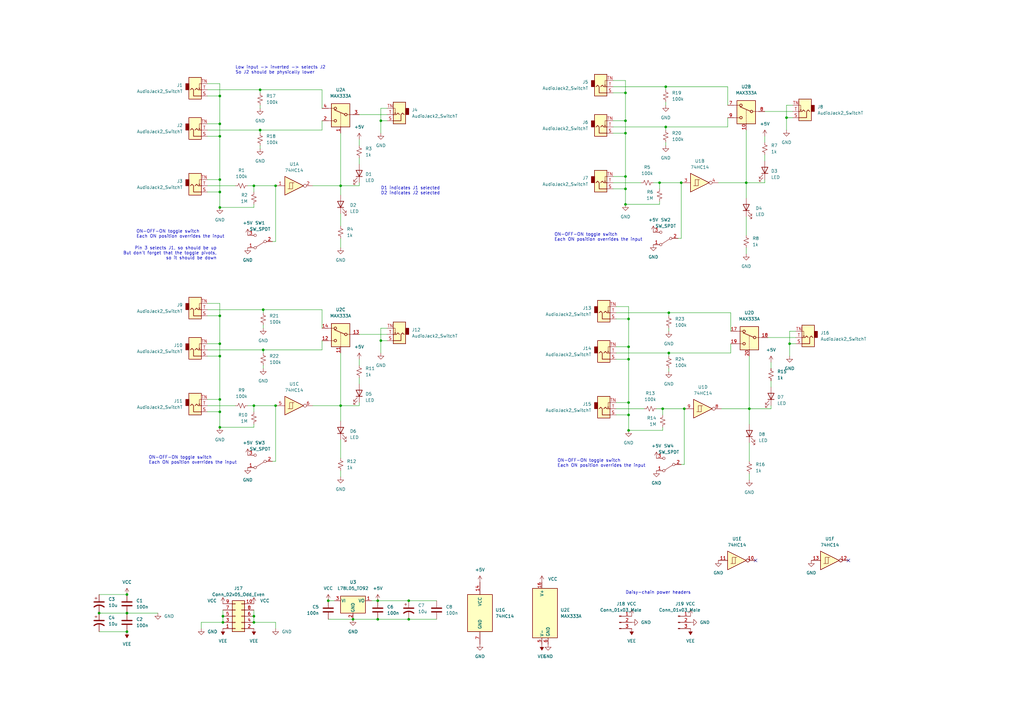
<source format=kicad_sch>
(kicad_sch (version 20211123) (generator eeschema)
  (paper "A3")
  (lib_symbols
    (symbol "74xx:74HC14" (pin_names (offset 1.016))
      (property "Reference" "U" (at 0 1.27 0))
      (property "Value" "74HC14" (at 0 -1.27 0))
      (symbol "74HC14_1_0"
        (pin input line (at -7.62 0 0) (length 3.81) (name "~") (number "1"))
        (pin output inverted (at 7.62 0 180) (length 3.81) (name "~") (number "2"))
      )
      (symbol "74HC14_2_0"
        (pin input line (at -7.62 0 0) (length 3.81) (name "~") (number "3"))
        (pin output inverted (at 7.62 0 180) (length 3.81) (name "~") (number "4"))
      )
      (symbol "74HC14_3_0"
        (pin input line (at -7.62 0 0) (length 3.81) (name "~") (number "5"))
        (pin output inverted (at 7.62 0 180) (length 3.81) (name "~") (number "6"))
      )
      (symbol "74HC14_4_0"
        (pin output inverted (at 7.62 0 180) (length 3.81) (name "~") (number "8"))
        (pin input line (at -7.62 0 0) (length 3.81) (name "~") (number "9"))
      )
      (symbol "74HC14_5_0"
        (pin output inverted (at 7.62 0 180) (length 3.81) (name "~") (number "10"))
        (pin input line (at -7.62 0 0) (length 3.81) (name "~") (number "11"))
      )
      (symbol "74HC14_6_0"
        (pin output inverted (at 7.62 0 180) (length 3.81) (name "~") (number "12"))
        (pin input line (at -7.62 0 0) (length 3.81) (name "~") (number "13"))
      )
      (symbol "74HC14_7_0"
        (pin power_in line (at 0 12.7 270) (length 5.08) (name "VCC") (number "14"))
        (pin power_in line (at 0 -12.7 90) (length 5.08) (name "GND") (number "7"))
      )
    )
    (symbol "Analog_Switch:MAX333A"
      (property "Reference" "U" (at -3.175 5.334 0))
      (property "Value" "MAX333A" (at -3.175 3.556 0))
      (symbol "MAX333A_1_1"
        (pin input line (at 0 -10.16 90) (length 2.54) (name "~") (number "1"))
        (pin passive line (at 7.62 -5.08 180) (length 2.54) (name "~") (number "2"))
        (pin passive line (at -7.62 -2.54 0) (length 2.54) (name "~") (number "3"))
        (pin passive line (at 7.62 0 180) (length 2.54) (name "~") (number "4"))
      )
      (symbol "MAX333A_2_1"
        (pin input line (at 0 -10.16 90) (length 2.54) (name "~") (number "10"))
        (pin passive line (at 7.62 0 180) (length 2.54) (name "~") (number "7"))
        (pin passive line (at -7.62 -2.54 0) (length 2.54) (name "~") (number "8"))
        (pin passive line (at 7.62 -5.08 180) (length 2.54) (name "~") (number "9"))
      )
      (symbol "MAX333A_3_1"
        (pin input line (at 0 -10.16 90) (length 2.54) (name "~") (number "11"))
        (pin passive line (at 7.62 -5.08 180) (length 2.54) (name "~") (number "12"))
        (pin passive line (at -7.62 -2.54 0) (length 2.54) (name "~") (number "13"))
        (pin passive line (at 7.62 0 180) (length 2.54) (name "~") (number "14"))
      )
      (symbol "MAX333A_4_1"
        (pin passive line (at 7.62 0 180) (length 2.54) (name "~") (number "17"))
        (pin passive line (at -7.62 -2.54 0) (length 2.54) (name "~") (number "18"))
        (pin passive line (at 7.62 -5.08 180) (length 2.54) (name "~") (number "19"))
        (pin input line (at 0 -10.16 90) (length 2.54) (name "~") (number "20"))
      )
      (symbol "MAX333A_5_0"
        (pin no_connect line (at 2.54 10.16 270) (length 2.54) hide (name "NC") (number "15"))
        (pin power_in line (at 0 12.7 270) (length 2.54) (name "V+") (number "16"))
        (pin power_in line (at 0 -12.7 90) (length 2.54) (name "V-") (number "5"))
        (pin power_in line (at 2.54 -12.7 90) (length 2.54) (name "GND") (number "6"))
      )
    )
    (symbol "Connector:AudioJack2_SwitchT"
      (property "Reference" "J" (at 0 8.89 0))
      (property "Value" "AudioJack2_SwitchT" (at 0 6.35 0))
      (symbol "AudioJack2_SwitchT_1_1"
        (pin passive line (at 5.08 2.54 180) (length 2.54) (name "~") (number "S"))
        (pin passive line (at 5.08 0 180) (length 2.54) (name "~") (number "T"))
        (pin passive line (at 5.08 -2.54 180) (length 2.54) (name "~") (number "TN"))
      )
    )
    (symbol "Connector:Conn_01x03_Male" (pin_names (offset 1.016) hide)
      (property "Reference" "J" (at 0 5.08 0))
      (property "Value" "Conn_01x03_Male" (at 0 -5.08 0))
      (symbol "Conn_01x03_Male_1_1"
        (pin passive line (at 5.08 2.54 180) (length 3.81) (name "Pin_1") (number "1"))
        (pin passive line (at 5.08 0 180) (length 3.81) (name "Pin_2") (number "2"))
        (pin passive line (at 5.08 -2.54 180) (length 3.81) (name "Pin_3") (number "3"))
      )
    )
    (symbol "Connector_Generic:Conn_02x05_Odd_Even" (pin_names (offset 1.016) hide)
      (property "Reference" "J" (at 1.27 7.62 0))
      (property "Value" "Conn_02x05_Odd_Even" (at 1.27 -7.62 0))
      (symbol "Conn_02x05_Odd_Even_1_1"
        (pin passive line (at -5.08 5.08 0) (length 3.81) (name "Pin_1") (number "1"))
        (pin passive line (at 7.62 -5.08 180) (length 3.81) (name "Pin_10") (number "10"))
        (pin passive line (at 7.62 5.08 180) (length 3.81) (name "Pin_2") (number "2"))
        (pin passive line (at -5.08 2.54 0) (length 3.81) (name "Pin_3") (number "3"))
        (pin passive line (at 7.62 2.54 180) (length 3.81) (name "Pin_4") (number "4"))
        (pin passive line (at -5.08 0 0) (length 3.81) (name "Pin_5") (number "5"))
        (pin passive line (at 7.62 0 180) (length 3.81) (name "Pin_6") (number "6"))
        (pin passive line (at -5.08 -2.54 0) (length 3.81) (name "Pin_7") (number "7"))
        (pin passive line (at 7.62 -2.54 180) (length 3.81) (name "Pin_8") (number "8"))
        (pin passive line (at -5.08 -5.08 0) (length 3.81) (name "Pin_9") (number "9"))
      )
    )
    (symbol "Device:C" (pin_numbers hide) (pin_names (offset 0.254))
      (property "Reference" "C" (at 0.635 2.54 0))
      (property "Value" "C" (at 0.635 -2.54 0))
      (symbol "C_1_1"
        (pin passive line (at 0 3.81 270) (length 2.794) (name "~") (number "1"))
        (pin passive line (at 0 -3.81 90) (length 2.794) (name "~") (number "2"))
      )
    )
    (symbol "Device:C_Polarized_US" (pin_numbers hide) (pin_names (offset 0.254) hide)
      (property "Reference" "C" (at 0.635 2.54 0))
      (property "Value" "C_Polarized_US" (at 0.635 -2.54 0))
      (symbol "C_Polarized_US_1_1"
        (pin passive line (at 0 3.81 270) (length 2.794) (name "~") (number "1"))
        (pin passive line (at 0 -3.81 90) (length 3.302) (name "~") (number "2"))
      )
    )
    (symbol "Device:LED" (pin_numbers hide) (pin_names (offset 1.016) hide)
      (property "Reference" "D" (at 0 2.54 0))
      (property "Value" "LED" (at 0 -2.54 0))
      (symbol "LED_1_1"
        (pin passive line (at -3.81 0 0) (length 2.54) (name "K") (number "1"))
        (pin passive line (at 3.81 0 180) (length 2.54) (name "A") (number "2"))
      )
    )
    (symbol "Device:R_Small_US" (pin_numbers hide) (pin_names (offset 0.254) hide)
      (property "Reference" "R" (at 0.762 0.508 0))
      (property "Value" "R_Small_US" (at 0.762 -1.016 0))
      (symbol "R_Small_US_1_1"
        (pin passive line (at 0 2.54 270) (length 1.016) (name "~") (number "1"))
        (pin passive line (at 0 -2.54 90) (length 1.016) (name "~") (number "2"))
      )
    )
    (symbol "Regulator_Linear:L78L05_TO92" (pin_names (offset 0.254))
      (property "Reference" "U" (at -3.81 3.175 0))
      (property "Value" "L78L05_TO92" (at 0 3.175 0))
      (symbol "L78L05_TO92_1_1"
        (pin power_out line (at 7.62 0 180) (length 2.54) (name "VO") (number "1"))
        (pin power_in line (at 0 -7.62 90) (length 2.54) (name "GND") (number "2"))
        (pin power_in line (at -7.62 0 0) (length 2.54) (name "VI") (number "3"))
      )
    )
    (symbol "Switch:SW_SPDT" (pin_names (offset 0) hide)
      (property "Reference" "SW" (at 0 4.318 0))
      (property "Value" "SW_SPDT" (at 0 -5.08 0))
      (symbol "SW_SPDT_1_1"
        (pin passive line (at 5.08 2.54 180) (length 2.54) (name "A") (number "1"))
        (pin passive line (at -5.08 0 0) (length 2.54) (name "B") (number "2"))
        (pin passive line (at 5.08 -2.54 180) (length 2.54) (name "C") (number "3"))
      )
    )
    (symbol "power:+5V" (power) (pin_names (offset 0))
      (property "Value" "+5V" (at 0 3.556 0))
      (symbol "+5V_1_1"
        (pin power_in line (at 0 0 90) (length 0) hide (name "+5V") (number "1"))
      )
    )
    (symbol "power:GND" (power) (pin_names (offset 0))
      (property "Value" "GND" (at 0 -3.81 0))
      (symbol "GND_1_1"
        (pin power_in line (at 0 0 270) (length 0) hide (name "GND") (number "1"))
      )
    )
    (symbol "power:VCC" (power) (pin_names (offset 0))
      (property "Value" "VCC" (at 0 3.81 0))
      (symbol "VCC_1_1"
        (pin power_in line (at 0 0 90) (length 0) hide (name "VCC") (number "1"))
      )
    )
    (symbol "power:VEE" (power) (pin_names (offset 0))
      (property "Value" "VEE" (at 0 3.81 0))
      (symbol "VEE_1_1"
        (pin power_in line (at 0 0 90) (length 0) hide (name "VEE") (number "1"))
      )
    )
  )
  (junction (at 52.07 259.08))
  (junction (at 106.68 53.34))
  (junction (at 306.07 74.93))
  (junction (at 273.05 35.56))
  (junction (at 90.17 73.66))
  (junction (at 113.03 76.2))
  (junction (at 144.78 254))
  (junction (at 90.17 55.88))
  (junction (at 256.54 72.39))
  (junction (at 90.17 50.8))
  (junction (at 106.68 36.83))
  (junction (at 270.51 74.93))
  (junction (at 279.4 74.93))
  (junction (at 104.14 255.27))
  (junction (at 154.94 254))
  (junction (at 256.54 83.82))
  (junction (at 104.14 166.37))
  (junction (at 107.95 127))
  (junction (at 139.7 166.37))
  (junction (at 52.07 243.84))
  (junction (at 40.64 251.46))
  (junction (at 280.67 167.64))
  (junction (at 271.78 167.64))
  (junction (at 156.21 139.7))
  (junction (at 257.81 142.24))
  (junction (at 257.81 130.81))
  (junction (at 256.54 38.1))
  (junction (at 91.44 252.73))
  (junction (at 52.07 251.46))
  (junction (at 90.17 168.91))
  (junction (at 154.94 246.38))
  (junction (at 156.21 49.53))
  (junction (at 256.54 77.47))
  (junction (at 167.64 254))
  (junction (at 90.17 163.83))
  (junction (at 257.81 147.32))
  (junction (at 90.17 175.26))
  (junction (at 90.17 129.54))
  (junction (at 113.03 166.37))
  (junction (at 90.17 78.74))
  (junction (at 322.58 48.26))
  (junction (at 90.17 39.37))
  (junction (at 274.32 128.27))
  (junction (at 323.85 140.97))
  (junction (at 257.81 176.53))
  (junction (at 90.17 85.09))
  (junction (at 256.54 54.61))
  (junction (at 134.62 246.38))
  (junction (at 274.32 144.78))
  (junction (at 256.54 49.53))
  (junction (at 91.44 255.27))
  (junction (at 107.95 143.51))
  (junction (at 90.17 140.97))
  (junction (at 90.17 146.05))
  (junction (at 167.64 246.38))
  (junction (at 307.34 167.64))
  (junction (at 104.14 76.2))
  (junction (at 257.81 165.1))
  (junction (at 104.14 252.73))
  (junction (at 273.05 52.07))
  (junction (at 139.7 76.2))
  (junction (at 257.81 170.18))
  (no_connect (at 309.88 229.87))
  (no_connect (at 347.98 229.87))
  (wire (pts (xy 90.17 78.74) (xy 90.17 73.66)))
  (wire (pts (xy 139.7 87.63) (xy 139.7 92.71)))
  (wire (pts (xy 256.54 54.61) (xy 251.46 54.61)))
  (wire (pts (xy 323.85 140.97) (xy 326.39 140.97)))
  (wire (pts (xy 104.14 252.73) (xy 104.14 255.27)))
  (wire (pts (xy 267.97 74.93) (xy 270.51 74.93)))
  (wire (pts (xy 128.27 166.37) (xy 139.7 166.37)))
  (wire (pts (xy 90.17 39.37) (xy 85.09 39.37)))
  (wire (pts (xy 251.46 52.07) (xy 273.05 52.07)))
  (wire (pts (xy 90.17 73.66) (xy 90.17 55.88)))
  (wire (pts (xy 113.03 189.23) (xy 113.03 166.37)))
  (wire (pts (xy 139.7 166.37) (xy 139.7 172.72)))
  (wire (pts (xy 256.54 77.47) (xy 251.46 77.47)))
  (wire (pts (xy 274.32 144.78) (xy 274.32 146.05)))
  (wire (pts (xy 90.17 85.09) (xy 90.17 78.74)))
  (wire (pts (xy 90.17 163.83) (xy 85.09 163.83)))
  (wire (pts (xy 144.78 254) (xy 154.94 254)))
  (wire (pts (xy 147.32 154.94) (xy 147.32 157.48)))
  (wire (pts (xy 111.76 99.06) (xy 113.03 99.06)))
  (wire (pts (xy 273.05 52.07) (xy 273.05 53.34)))
  (wire (pts (xy 104.14 76.2) (xy 113.03 76.2)))
  (wire (pts (xy 128.27 76.2) (xy 139.7 76.2)))
  (wire (pts (xy 307.34 194.31) (xy 307.34 196.85)))
  (wire (pts (xy 280.67 190.5) (xy 280.67 167.64)))
  (wire (pts (xy 256.54 83.82) (xy 256.54 77.47)))
  (wire (pts (xy 274.32 128.27) (xy 299.72 128.27)))
  (wire (pts (xy 313.69 55.88) (xy 313.69 58.42)))
  (wire (pts (xy 90.17 124.46) (xy 85.09 124.46)))
  (wire (pts (xy 85.09 166.37) (xy 96.52 166.37)))
  (wire (pts (xy 90.17 163.83) (xy 90.17 146.05)))
  (wire (pts (xy 90.17 140.97) (xy 85.09 140.97)))
  (wire (pts (xy 82.55 255.27) (xy 91.44 255.27)))
  (wire (pts (xy 314.96 138.43) (xy 326.39 138.43)))
  (wire (pts (xy 294.64 74.93) (xy 306.07 74.93)))
  (wire (pts (xy 270.51 83.82) (xy 256.54 83.82)))
  (wire (pts (xy 101.6 166.37) (xy 104.14 166.37)))
  (wire (pts (xy 256.54 38.1) (xy 256.54 33.02)))
  (wire (pts (xy 90.17 34.29) (xy 85.09 34.29)))
  (wire (pts (xy 274.32 151.13) (xy 274.32 152.4)))
  (wire (pts (xy 256.54 33.02) (xy 251.46 33.02)))
  (wire (pts (xy 273.05 41.91) (xy 273.05 43.18)))
  (wire (pts (xy 156.21 139.7) (xy 156.21 134.62)))
  (wire (pts (xy 251.46 74.93) (xy 262.89 74.93)))
  (wire (pts (xy 306.07 74.93) (xy 306.07 53.34)))
  (wire (pts (xy 316.23 148.59) (xy 316.23 151.13)))
  (wire (pts (xy 270.51 82.55) (xy 270.51 83.82)))
  (wire (pts (xy 107.95 149.86) (xy 107.95 151.13)))
  (wire (pts (xy 85.09 143.51) (xy 107.95 143.51)))
  (wire (pts (xy 106.68 43.18) (xy 106.68 44.45)))
  (wire (pts (xy 257.81 165.1) (xy 257.81 147.32)))
  (wire (pts (xy 256.54 77.47) (xy 256.54 72.39)))
  (wire (pts (xy 257.81 147.32) (xy 252.73 147.32)))
  (wire (pts (xy 279.4 97.79) (xy 279.4 74.93)))
  (wire (pts (xy 111.76 189.23) (xy 113.03 189.23)))
  (wire (pts (xy 313.69 74.93) (xy 306.07 74.93)))
  (wire (pts (xy 90.17 168.91) (xy 85.09 168.91)))
  (wire (pts (xy 322.58 48.26) (xy 325.12 48.26)))
  (wire (pts (xy 154.94 254) (xy 167.64 254)))
  (wire (pts (xy 295.91 167.64) (xy 307.34 167.64)))
  (wire (pts (xy 316.23 156.21) (xy 316.23 158.75)))
  (wire (pts (xy 90.17 129.54) (xy 90.17 124.46)))
  (wire (pts (xy 273.05 58.42) (xy 273.05 59.69)))
  (wire (pts (xy 156.21 144.78) (xy 156.21 139.7)))
  (wire (pts (xy 307.34 167.64) (xy 307.34 146.05)))
  (wire (pts (xy 156.21 44.45) (xy 158.75 44.45)))
  (wire (pts (xy 257.81 176.53) (xy 257.81 170.18)))
  (wire (pts (xy 147.32 165.1) (xy 147.32 166.37)))
  (wire (pts (xy 40.64 251.46) (xy 52.07 251.46)))
  (wire (pts (xy 156.21 134.62) (xy 158.75 134.62)))
  (wire (pts (xy 104.14 250.19) (xy 104.14 252.73)))
  (wire (pts (xy 147.32 46.99) (xy 158.75 46.99)))
  (wire (pts (xy 313.69 45.72) (xy 325.12 45.72)))
  (wire (pts (xy 107.95 127) (xy 132.08 127)))
  (wire (pts (xy 257.81 130.81) (xy 252.73 130.81)))
  (wire (pts (xy 271.78 167.64) (xy 280.67 167.64)))
  (wire (pts (xy 134.62 254) (xy 144.78 254)))
  (wire (pts (xy 106.68 53.34) (xy 106.68 54.61)))
  (wire (pts (xy 90.17 175.26) (xy 90.17 168.91)))
  (wire (pts (xy 271.78 167.64) (xy 271.78 170.18)))
  (wire (pts (xy 104.14 173.99) (xy 104.14 175.26)))
  (wire (pts (xy 85.09 76.2) (xy 96.52 76.2)))
  (wire (pts (xy 85.09 36.83) (xy 106.68 36.83)))
  (wire (pts (xy 256.54 49.53) (xy 251.46 49.53)))
  (wire (pts (xy 306.07 101.6) (xy 306.07 104.14)))
  (wire (pts (xy 152.4 246.38) (xy 154.94 246.38)))
  (wire (pts (xy 82.55 257.81) (xy 82.55 255.27)))
  (wire (pts (xy 313.69 63.5) (xy 313.69 66.04)))
  (wire (pts (xy 40.64 243.84) (xy 52.07 243.84)))
  (wire (pts (xy 252.73 128.27) (xy 274.32 128.27)))
  (wire (pts (xy 252.73 144.78) (xy 274.32 144.78)))
  (wire (pts (xy 91.44 252.73) (xy 91.44 255.27)))
  (wire (pts (xy 257.81 165.1) (xy 252.73 165.1)))
  (wire (pts (xy 252.73 167.64) (xy 264.16 167.64)))
  (wire (pts (xy 269.24 167.64) (xy 271.78 167.64)))
  (wire (pts (xy 256.54 72.39) (xy 251.46 72.39)))
  (wire (pts (xy 132.08 36.83) (xy 132.08 44.45)))
  (wire (pts (xy 322.58 48.26) (xy 322.58 43.18)))
  (wire (pts (xy 147.32 76.2) (xy 139.7 76.2)))
  (wire (pts (xy 101.6 76.2) (xy 104.14 76.2)))
  (wire (pts (xy 90.17 55.88) (xy 85.09 55.88)))
  (wire (pts (xy 257.81 142.24) (xy 252.73 142.24)))
  (wire (pts (xy 323.85 146.05) (xy 323.85 140.97)))
  (wire (pts (xy 299.72 144.78) (xy 299.72 140.97)))
  (wire (pts (xy 132.08 139.7) (xy 132.08 143.51)))
  (wire (pts (xy 90.17 73.66) (xy 85.09 73.66)))
  (wire (pts (xy 90.17 55.88) (xy 90.17 50.8)))
  (wire (pts (xy 274.32 144.78) (xy 299.72 144.78)))
  (wire (pts (xy 257.81 170.18) (xy 252.73 170.18)))
  (wire (pts (xy 271.78 175.26) (xy 271.78 176.53)))
  (wire (pts (xy 156.21 54.61) (xy 156.21 49.53)))
  (wire (pts (xy 274.32 134.62) (xy 274.32 135.89)))
  (wire (pts (xy 299.72 128.27) (xy 299.72 135.89)))
  (wire (pts (xy 323.85 135.89) (xy 326.39 135.89)))
  (wire (pts (xy 251.46 35.56) (xy 273.05 35.56)))
  (wire (pts (xy 139.7 97.79) (xy 139.7 101.6)))
  (wire (pts (xy 273.05 52.07) (xy 298.45 52.07)))
  (wire (pts (xy 139.7 76.2) (xy 139.7 54.61)))
  (wire (pts (xy 90.17 146.05) (xy 90.17 140.97)))
  (wire (pts (xy 91.44 250.19) (xy 91.44 252.73)))
  (wire (pts (xy 113.03 99.06) (xy 113.03 76.2)))
  (wire (pts (xy 298.45 35.56) (xy 298.45 43.18)))
  (wire (pts (xy 273.05 35.56) (xy 298.45 35.56)))
  (wire (pts (xy 90.17 39.37) (xy 90.17 34.29)))
  (wire (pts (xy 156.21 49.53) (xy 158.75 49.53)))
  (wire (pts (xy 322.58 43.18) (xy 325.12 43.18)))
  (wire (pts (xy 279.4 190.5) (xy 280.67 190.5)))
  (wire (pts (xy 147.32 64.77) (xy 147.32 67.31)))
  (wire (pts (xy 104.14 85.09) (xy 90.17 85.09)))
  (wire (pts (xy 132.08 53.34) (xy 132.08 49.53)))
  (wire (pts (xy 271.78 176.53) (xy 257.81 176.53)))
  (wire (pts (xy 90.17 50.8) (xy 85.09 50.8)))
  (wire (pts (xy 307.34 181.61) (xy 307.34 189.23)))
  (wire (pts (xy 147.32 166.37) (xy 139.7 166.37)))
  (wire (pts (xy 132.08 127) (xy 132.08 134.62)))
  (wire (pts (xy 167.64 246.38) (xy 179.07 246.38)))
  (wire (pts (xy 313.69 73.66) (xy 313.69 74.93)))
  (wire (pts (xy 270.51 74.93) (xy 270.51 77.47)))
  (wire (pts (xy 257.81 130.81) (xy 257.81 125.73)))
  (wire (pts (xy 256.54 49.53) (xy 256.54 38.1)))
  (wire (pts (xy 257.81 142.24) (xy 257.81 130.81)))
  (wire (pts (xy 278.13 97.79) (xy 279.4 97.79)))
  (wire (pts (xy 147.32 147.32) (xy 147.32 149.86)))
  (wire (pts (xy 322.58 53.34) (xy 322.58 48.26)))
  (wire (pts (xy 257.81 170.18) (xy 257.81 165.1)))
  (wire (pts (xy 323.85 140.97) (xy 323.85 135.89)))
  (wire (pts (xy 107.95 127) (xy 107.95 128.27)))
  (wire (pts (xy 90.17 146.05) (xy 85.09 146.05)))
  (wire (pts (xy 104.14 83.82) (xy 104.14 85.09)))
  (wire (pts (xy 107.95 133.35) (xy 107.95 134.62)))
  (wire (pts (xy 147.32 137.16) (xy 158.75 137.16)))
  (wire (pts (xy 113.03 257.81) (xy 113.03 255.27)))
  (wire (pts (xy 85.09 53.34) (xy 106.68 53.34)))
  (wire (pts (xy 85.09 127) (xy 107.95 127)))
  (wire (pts (xy 90.17 140.97) (xy 90.17 129.54)))
  (wire (pts (xy 104.14 166.37) (xy 104.14 168.91)))
  (wire (pts (xy 307.34 167.64) (xy 307.34 173.99)))
  (wire (pts (xy 113.03 255.27) (xy 104.14 255.27)))
  (wire (pts (xy 306.07 74.93) (xy 306.07 81.28)))
  (wire (pts (xy 257.81 125.73) (xy 252.73 125.73)))
  (wire (pts (xy 106.68 59.69) (xy 106.68 60.96)))
  (wire (pts (xy 147.32 57.15) (xy 147.32 59.69)))
  (wire (pts (xy 106.68 36.83) (xy 132.08 36.83)))
  (wire (pts (xy 274.32 128.27) (xy 274.32 129.54)))
  (wire (pts (xy 156.21 139.7) (xy 158.75 139.7)))
  (wire (pts (xy 139.7 180.34) (xy 139.7 187.96)))
  (wire (pts (xy 104.14 76.2) (xy 104.14 78.74)))
  (wire (pts (xy 107.95 143.51) (xy 132.08 143.51)))
  (wire (pts (xy 257.81 147.32) (xy 257.81 142.24)))
  (wire (pts (xy 256.54 38.1) (xy 251.46 38.1)))
  (wire (pts (xy 90.17 129.54) (xy 85.09 129.54)))
  (wire (pts (xy 106.68 36.83) (xy 106.68 38.1)))
  (wire (pts (xy 298.45 52.07) (xy 298.45 48.26)))
  (wire (pts (xy 104.14 175.26) (xy 90.17 175.26)))
  (wire (pts (xy 256.54 54.61) (xy 256.54 49.53)))
  (wire (pts (xy 139.7 144.78) (xy 139.7 166.37)))
  (wire (pts (xy 139.7 76.2) (xy 139.7 80.01)))
  (wire (pts (xy 139.7 193.04) (xy 139.7 195.58)))
  (wire (pts (xy 40.64 259.08) (xy 52.07 259.08)))
  (wire (pts (xy 52.07 251.46) (xy 64.77 251.46)))
  (wire (pts (xy 106.68 53.34) (xy 132.08 53.34)))
  (wire (pts (xy 107.95 143.51) (xy 107.95 144.78)))
  (wire (pts (xy 90.17 78.74) (xy 85.09 78.74)))
  (wire (pts (xy 270.51 74.93) (xy 279.4 74.93)))
  (wire (pts (xy 256.54 72.39) (xy 256.54 54.61)))
  (wire (pts (xy 104.14 166.37) (xy 113.03 166.37)))
  (wire (pts (xy 306.07 88.9) (xy 306.07 96.52)))
  (wire (pts (xy 154.94 246.38) (xy 167.64 246.38)))
  (wire (pts (xy 156.21 49.53) (xy 156.21 44.45)))
  (wire (pts (xy 307.34 167.64) (xy 316.23 167.64)))
  (wire (pts (xy 90.17 168.91) (xy 90.17 163.83)))
  (wire (pts (xy 147.32 74.93) (xy 147.32 76.2)))
  (wire (pts (xy 167.64 254) (xy 179.07 254)))
  (wire (pts (xy 316.23 166.37) (xy 316.23 167.64)))
  (wire (pts (xy 273.05 35.56) (xy 273.05 36.83)))
  (wire (pts (xy 90.17 50.8) (xy 90.17 39.37)))
  (wire (pts (xy 134.62 246.38) (xy 137.16 246.38)))
  (text "D1 indicates J1 selected\nD2 indicates J2 selected" (at 156.21 80.01 0) (effects (font (size 1.27 1.27)) (justify left bottom)))
  (text "ON-OFF-ON toggle switch\nEach ON position overrides the input" (at 227.33 99.06 0) (effects (font (size 1.27 1.27)) (justify left bottom)))
  (text "ON-OFF-ON toggle switch\nEach ON position overrides the input" (at 55.88 97.79 0) (effects (font (size 1.27 1.27)) (justify left bottom)))
  (text "ON-OFF-ON toggle switch\nEach ON position overrides the input" (at 60.96 190.5 0) (effects (font (size 1.27 1.27)) (justify left bottom)))
  (text "Pin 3 selects J1, so should be up\nBut don't forget that the toggle pivots,\nso it should be down" (at 88.9 106.68 0) (effects (font (size 1.27 1.27)) (justify right bottom)))
  (text "Low input -> inverted -> selects J2\nSo J2 should be physically lower" (at 96.52 30.48 0) (effects (font (size 1.27 1.27)) (justify left bottom)))
  (text "Daisy-chain power headers" (at 256.54 243.84 0) (effects (font (size 1.27 1.27)) (justify left bottom)))
  (text "ON-OFF-ON toggle switch\nEach ON position overrides the input" (at 228.6 191.77 0) (effects (font (size 1.27 1.27)) (justify left bottom)))
  (symbol (lib_id "Analog_Switch:MAX333A") (at 307.34 135.89 0) (mirror y) (unit 4)
    (property "Reference" "U2" (at 307.34 128.27 0))
    (property "Value" "MAX333A" (at 307.34 130.81 0))
    (property "Footprint" "Package_DIP:DIP-20_W7.62mm" (effects hide))
    (property "Datasheet" "https://datasheets.maximintegrated.com/en/ds/MAX333A.pdf" (effects hide))
  )
  (symbol (lib_id "Device:C_Polarized_US") (at 167.64 250.19 0) (unit 1)
    (property "Reference" "C7" (at 171.45 248.2849 0) (effects (justify left)))
    (property "Value" "10u" (at 171.45 250.8249 0) (effects (justify left)))
    (property "Footprint" "Capacitor_THT:CP_Radial_D5.0mm_P2.50mm" (effects hide))
  )
  (symbol (lib_id "power:GND") (at 274.32 135.89 0) (unit 1)
    (property "Reference" "#PWR039" (effects hide))
    (property "Value" "GND" (at 274.32 140.97 0))
  )
  (symbol (lib_id "Connector:AudioJack2_SwitchT") (at 80.01 53.34 0) (mirror x) (unit 1)
    (property "Reference" "J2" (at 74.93 51.4349 0) (effects (justify right)))
    (property "Value" "AudioJack2_SwitchT" (at 74.93 53.9749 0) (effects (justify right)))
    (property "Footprint" "AAA_Library:Jack_3.5mm_QingPu_WQP-PJ398SM_Stefan" (effects hide))
  )
  (symbol (lib_id "power:VCC") (at 52.07 243.84 0) (unit 1)
    (property "Reference" "#PWR027" (effects hide))
    (property "Value" "VCC" (at 52.07 238.76 0))
  )
  (symbol (lib_id "power:GND") (at 156.21 54.61 0) (unit 1)
    (property "Reference" "#PWR012" (effects hide))
    (property "Value" "GND" (at 156.21 59.69 0))
  )
  (symbol (lib_id "Device:LED") (at 306.07 85.09 90) (unit 1)
    (property "Reference" "D4" (at 309.88 85.4074 90) (effects (justify right)))
    (property "Value" "LED" (at 309.88 87.9474 90) (effects (justify right)))
    (property "Footprint" "LED_THT:LED_D3.0mm" (effects hide))
  )
  (symbol (lib_id "Switch:SW_SPDT") (at 274.32 190.5 180) (unit 1)
    (property "Reference" "SW4" (at 274.32 182.88 0))
    (property "Value" "SW_SPDT" (at 274.32 185.42 0))
    (property "Footprint" "StefanLibrary:SW_MINI_TOGGLE" (effects hide))
  )
  (symbol (lib_id "power:GND") (at 259.08 255.27 90) (unit 1)
    (property "Reference" "#PWR03" (effects hide))
    (property "Value" "GND" (at 262.89 255.2699 90) (effects (justify right)))
  )
  (symbol (lib_id "Analog_Switch:MAX333A") (at 139.7 44.45 0) (mirror y) (unit 1)
    (property "Reference" "U2" (at 139.7 36.83 0))
    (property "Value" "MAX333A" (at 139.7 39.37 0))
    (property "Footprint" "Package_DIP:DIP-20_W7.62mm" (effects hide))
    (property "Datasheet" "https://datasheets.maximintegrated.com/en/ds/MAX333A.pdf" (effects hide))
  )
  (symbol (lib_id "Device:R_Small_US") (at 316.23 153.67 180) (unit 1)
    (property "Reference" "R15" (at 318.77 152.3999 0) (effects (justify right)))
    (property "Value" "1k" (at 318.77 154.9399 0) (effects (justify right)))
    (property "Footprint" "Resistor_THT:R_Axial_DIN0204_L3.6mm_D1.6mm_P7.62mm_Horizontal" (effects hide))
  )
  (symbol (lib_id "power:+5V") (at 147.32 57.15 0) (unit 1)
    (property "Reference" "#PWR0114" (effects hide))
    (property "Value" "+5V" (at 147.32 52.07 0))
  )
  (symbol (lib_id "Device:LED") (at 139.7 83.82 90) (unit 1)
    (property "Reference" "D2" (at 143.51 84.1374 90) (effects (justify right)))
    (property "Value" "LED" (at 143.51 86.6774 90) (effects (justify right)))
    (property "Footprint" "LED_THT:LED_D3.0mm" (effects hide))
  )
  (symbol (lib_id "Connector:AudioJack2_SwitchT") (at 246.38 35.56 0) (mirror x) (unit 1)
    (property "Reference" "J5" (at 241.3 33.6549 0) (effects (justify right)))
    (property "Value" "AudioJack2_SwitchT" (at 241.3 36.1949 0) (effects (justify right)))
    (property "Footprint" "AAA_Library:Jack_3.5mm_QingPu_WQP-PJ398SM_Stefan" (effects hide))
  )
  (symbol (lib_id "Device:R_Small_US") (at 147.32 152.4 180) (unit 1)
    (property "Reference" "R11" (at 149.86 151.1299 0) (effects (justify right)))
    (property "Value" "1k" (at 149.86 153.6699 0) (effects (justify right)))
    (property "Footprint" "Resistor_THT:R_Axial_DIN0204_L3.6mm_D1.6mm_P7.62mm_Horizontal" (effects hide))
  )
  (symbol (lib_id "74xx:74HC14") (at 287.02 74.93 0) (unit 2)
    (property "Reference" "U1" (at 287.02 66.04 0))
    (property "Value" "74HC14" (at 287.02 68.58 0))
    (property "Footprint" "Package_DIP:DIP-14_W7.62mm" (effects hide))
    (property "Datasheet" "http://www.ti.com/lit/gpn/sn74HC14" (effects hide))
  )
  (symbol (lib_id "Device:R_Small_US") (at 107.95 130.81 180) (unit 1)
    (property "Reference" "R21" (at 110.49 129.5399 0) (effects (justify right)))
    (property "Value" "100k" (at 110.49 132.0799 0) (effects (justify right)))
    (property "Footprint" "Resistor_THT:R_Axial_DIN0204_L3.6mm_D1.6mm_P7.62mm_Horizontal" (effects hide))
  )
  (symbol (lib_id "Device:R_Small_US") (at 273.05 39.37 180) (unit 1)
    (property "Reference" "R19" (at 275.59 38.0999 0) (effects (justify right)))
    (property "Value" "100k" (at 275.59 40.6399 0) (effects (justify right)))
    (property "Footprint" "Resistor_THT:R_Axial_DIN0204_L3.6mm_D1.6mm_P7.62mm_Horizontal" (effects hide))
  )
  (symbol (lib_id "Device:R_Small_US") (at 139.7 95.25 180) (unit 1)
    (property "Reference" "R4" (at 142.24 93.9799 0) (effects (justify right)))
    (property "Value" "1k" (at 142.24 96.5199 0) (effects (justify right)))
    (property "Footprint" "Resistor_THT:R_Axial_DIN0204_L3.6mm_D1.6mm_P7.62mm_Horizontal" (effects hide))
  )
  (symbol (lib_id "Device:LED") (at 307.34 177.8 90) (unit 1)
    (property "Reference" "D8" (at 311.15 178.1174 90) (effects (justify right)))
    (property "Value" "LED" (at 311.15 180.6574 90) (effects (justify right)))
    (property "Footprint" "LED_THT:LED_D3.0mm" (effects hide))
  )
  (symbol (lib_id "Connector:AudioJack2_SwitchT") (at 80.01 36.83 0) (mirror x) (unit 1)
    (property "Reference" "J1" (at 74.93 34.9249 0) (effects (justify right)))
    (property "Value" "AudioJack2_SwitchT" (at 74.93 37.4649 0) (effects (justify right)))
    (property "Footprint" "AAA_Library:Jack_3.5mm_QingPu_WQP-PJ398SM_Stefan" (effects hide))
  )
  (symbol (lib_id "Device:LED") (at 316.23 162.56 270) (mirror x) (unit 1)
    (property "Reference" "D7" (at 318.77 162.8774 90) (effects (justify left)))
    (property "Value" "LED" (at 318.77 165.4174 90) (effects (justify left)))
    (property "Footprint" "LED_THT:LED_D3.0mm" (effects hide))
  )
  (symbol (lib_id "power:VEE") (at 91.44 257.81 180) (unit 1)
    (property "Reference" "#PWR0107" (effects hide))
    (property "Value" "VEE" (at 91.44 262.89 0))
  )
  (symbol (lib_id "Connector:AudioJack2_SwitchT") (at 80.01 143.51 0) (mirror x) (unit 1)
    (property "Reference" "J10" (at 74.93 141.6049 0) (effects (justify right)))
    (property "Value" "AudioJack2_SwitchT" (at 74.93 144.1449 0) (effects (justify right)))
    (property "Footprint" "AAA_Library:Jack_3.5mm_QingPu_WQP-PJ398SM_Stefan" (effects hide))
  )
  (symbol (lib_id "power:GND") (at 101.6 101.6 0) (unit 1)
    (property "Reference" "#PWR010" (effects hide))
    (property "Value" "GND" (at 101.6 106.68 0))
  )
  (symbol (lib_id "74xx:74HC14") (at 196.85 251.46 0) (unit 7)
    (property "Reference" "U1" (at 203.2 250.1899 0) (effects (justify left)))
    (property "Value" "74HC14" (at 203.2 252.7299 0) (effects (justify left)))
    (property "Footprint" "Package_DIP:DIP-14_W7.62mm" (effects hide))
    (property "Datasheet" "http://www.ti.com/lit/gpn/sn74HC14" (effects hide))
  )
  (symbol (lib_id "power:GND") (at 294.64 229.87 0) (unit 1)
    (property "Reference" "#PWR0105" (effects hide))
    (property "Value" "GND" (at 294.64 234.95 0))
  )
  (symbol (lib_id "power:GND") (at 107.95 151.13 0) (unit 1)
    (property "Reference" "#PWR038" (effects hide))
    (property "Value" "GND" (at 107.95 156.21 0))
  )
  (symbol (lib_id "Device:R_Small_US") (at 104.14 81.28 0) (mirror x) (unit 1)
    (property "Reference" "R2" (at 101.6 80.0099 0) (effects (justify right)))
    (property "Value" "1M" (at 101.6 82.5499 0) (effects (justify right)))
    (property "Footprint" "Resistor_THT:R_Axial_DIN0204_L3.6mm_D1.6mm_P7.62mm_Horizontal" (effects hide))
  )
  (symbol (lib_id "power:GND") (at 269.24 193.04 0) (unit 1)
    (property "Reference" "#PWR024" (effects hide))
    (property "Value" "GND" (at 269.24 198.12 0))
  )
  (symbol (lib_id "power:+5V") (at 147.32 147.32 0) (unit 1)
    (property "Reference" "#PWR0115" (effects hide))
    (property "Value" "+5V" (at 147.32 142.24 0))
  )
  (symbol (lib_id "power:GND") (at 144.78 254 0) (unit 1)
    (property "Reference" "#PWR031" (effects hide))
    (property "Value" "GND" (at 144.78 259.08 0))
  )
  (symbol (lib_id "Device:C_Polarized_US") (at 40.64 247.65 0) (unit 1)
    (property "Reference" "C3" (at 44.45 245.7449 0) (effects (justify left)))
    (property "Value" "10u" (at 44.45 248.2849 0) (effects (justify left)))
    (property "Footprint" "Capacitor_THT:CP_Radial_D5.0mm_P2.50mm" (effects hide))
  )
  (symbol (lib_id "power:VEE") (at 52.07 259.08 180) (unit 1)
    (property "Reference" "#PWR029" (effects hide))
    (property "Value" "VEE" (at 52.07 264.16 0))
  )
  (symbol (lib_id "power:+5V") (at 101.6 96.52 0) (unit 1)
    (property "Reference" "#PWR09" (effects hide))
    (property "Value" "+5V" (at 101.6 91.44 0))
  )
  (symbol (lib_id "power:GND") (at 267.97 100.33 0) (unit 1)
    (property "Reference" "#PWR015" (effects hide))
    (property "Value" "GND" (at 267.97 105.41 0))
  )
  (symbol (lib_id "power:GND") (at 90.17 85.09 0) (unit 1)
    (property "Reference" "#PWR08" (effects hide))
    (property "Value" "GND" (at 90.17 90.17 0))
  )
  (symbol (lib_id "Connector:AudioJack2_SwitchT") (at 330.2 45.72 180) (unit 1)
    (property "Reference" "J8" (at 335.28 43.8149 0) (effects (justify right)))
    (property "Value" "AudioJack2_SwitchT" (at 335.28 46.3549 0) (effects (justify right)))
    (property "Footprint" "AAA_Library:Jack_3.5mm_QingPu_WQP-PJ398SM_Stefan" (effects hide))
  )
  (symbol (lib_id "power:+5V") (at 101.6 186.69 0) (unit 1)
    (property "Reference" "#PWR019" (effects hide))
    (property "Value" "+5V" (at 101.6 181.61 0))
  )
  (symbol (lib_id "74xx:74HC14") (at 288.29 167.64 0) (unit 4)
    (property "Reference" "U1" (at 288.29 158.75 0))
    (property "Value" "74HC14" (at 288.29 161.29 0))
    (property "Footprint" "Package_DIP:DIP-14_W7.62mm" (effects hide))
    (property "Datasheet" "http://www.ti.com/lit/gpn/sn74HC14" (effects hide))
  )
  (symbol (lib_id "Device:R_Small_US") (at 99.06 76.2 90) (unit 1)
    (property "Reference" "R1" (at 99.06 69.85 90))
    (property "Value" "100k" (at 99.06 72.39 90))
    (property "Footprint" "Resistor_THT:R_Axial_DIN0204_L3.6mm_D1.6mm_P7.62mm_Horizontal" (effects hide))
  )
  (symbol (lib_id "Regulator_Linear:L78L05_TO92") (at 144.78 246.38 0) (unit 1)
    (property "Reference" "U3" (at 144.78 238.76 0))
    (property "Value" "L78L05_TO92" (at 144.78 241.3 0))
    (property "Footprint" "Package_TO_SOT_THT:TO-92L_Inline_Wide" (effects hide))
    (property "Datasheet" "http://www.st.com/content/ccc/resource/technical/document/datasheet/15/55/e5/aa/23/5b/43/fd/CD00000446.pdf/files/CD00000446.pdf/jcr:content/translations/en.CD00000446.pdf" (effects hide))
  )
  (symbol (lib_id "Device:R_Small_US") (at 274.32 148.59 180) (unit 1)
    (property "Reference" "R24" (at 276.86 147.3199 0) (effects (justify right)))
    (property "Value" "100k" (at 276.86 149.8599 0) (effects (justify right)))
    (property "Footprint" "Resistor_THT:R_Axial_DIN0204_L3.6mm_D1.6mm_P7.62mm_Horizontal" (effects hide))
  )
  (symbol (lib_id "Device:R_Small_US") (at 107.95 147.32 180) (unit 1)
    (property "Reference" "R22" (at 110.49 146.0499 0) (effects (justify right)))
    (property "Value" "100k" (at 110.49 148.5899 0) (effects (justify right)))
    (property "Footprint" "Resistor_THT:R_Axial_DIN0204_L3.6mm_D1.6mm_P7.62mm_Horizontal" (effects hide))
  )
  (symbol (lib_id "power:VEE") (at 259.08 257.81 180) (unit 1)
    (property "Reference" "#PWR04" (effects hide))
    (property "Value" "VEE" (at 259.08 262.89 0))
  )
  (symbol (lib_id "power:VCC") (at 91.44 247.65 0) (unit 1)
    (property "Reference" "#PWR0108" (effects hide))
    (property "Value" "VCC" (at 88.9 246.3799 0) (effects (justify right)))
  )
  (symbol (lib_id "Analog_Switch:MAX333A") (at 306.07 43.18 0) (mirror y) (unit 2)
    (property "Reference" "U2" (at 306.07 35.56 0))
    (property "Value" "MAX333A" (at 306.07 38.1 0))
    (property "Footprint" "Package_DIP:DIP-20_W7.62mm" (effects hide))
    (property "Datasheet" "https://datasheets.maximintegrated.com/en/ds/MAX333A.pdf" (effects hide))
  )
  (symbol (lib_id "Device:C") (at 179.07 250.19 180) (unit 1)
    (property "Reference" "C8" (at 182.88 248.9199 0) (effects (justify right)))
    (property "Value" "100n" (at 182.88 251.4599 0) (effects (justify right)))
    (property "Footprint" "Capacitor_THT:C_Disc_D3.0mm_W1.6mm_P2.50mm" (effects hide))
  )
  (symbol (lib_id "Device:R_Small_US") (at 270.51 80.01 0) (mirror x) (unit 1)
    (property "Reference" "R6" (at 267.97 78.7399 0) (effects (justify right)))
    (property "Value" "1M" (at 267.97 81.2799 0) (effects (justify right)))
    (property "Footprint" "Resistor_THT:R_Axial_DIN0204_L3.6mm_D1.6mm_P7.62mm_Horizontal" (effects hide))
  )
  (symbol (lib_id "power:VEE") (at 283.21 257.81 180) (unit 1)
    (property "Reference" "#PWR07" (effects hide))
    (property "Value" "VEE" (at 283.21 262.89 0))
  )
  (symbol (lib_id "power:GND") (at 64.77 251.46 0) (unit 1)
    (property "Reference" "#PWR028" (effects hide))
    (property "Value" "GND" (at 67.31 252.7299 0) (effects (justify left)))
  )
  (symbol (lib_id "Switch:SW_SPDT") (at 106.68 99.06 180) (unit 1)
    (property "Reference" "SW1" (at 106.68 91.44 0))
    (property "Value" "SW_SPDT" (at 106.68 93.98 0))
    (property "Footprint" "StefanLibrary:SW_MINI_TOGGLE" (effects hide))
  )
  (symbol (lib_id "power:GND") (at 113.03 257.81 0) (unit 1)
    (property "Reference" "#PWR0110" (effects hide))
    (property "Value" "GND" (at 115.57 259.0799 0) (effects (justify left)))
  )
  (symbol (lib_id "Connector:AudioJack2_SwitchT") (at 247.65 144.78 0) (mirror x) (unit 1)
    (property "Reference" "J14" (at 242.57 142.8749 0) (effects (justify right)))
    (property "Value" "AudioJack2_SwitchT" (at 242.57 145.4149 0) (effects (justify right)))
    (property "Footprint" "AAA_Library:Jack_3.5mm_QingPu_WQP-PJ398SM_Stefan" (effects hide))
  )
  (symbol (lib_id "Device:R_Small_US") (at 265.43 74.93 90) (unit 1)
    (property "Reference" "R5" (at 265.43 68.58 90))
    (property "Value" "100k" (at 265.43 71.12 90))
    (property "Footprint" "Resistor_THT:R_Axial_DIN0204_L3.6mm_D1.6mm_P7.62mm_Horizontal" (effects hide))
  )
  (symbol (lib_id "power:GND") (at 139.7 195.58 0) (unit 1)
    (property "Reference" "#PWR021" (effects hide))
    (property "Value" "GND" (at 139.7 200.66 0))
  )
  (symbol (lib_id "Device:R_Small_US") (at 106.68 57.15 180) (unit 1)
    (property "Reference" "R18" (at 109.22 55.8799 0) (effects (justify right)))
    (property "Value" "100k" (at 109.22 58.4199 0) (effects (justify right)))
    (property "Footprint" "Resistor_THT:R_Axial_DIN0204_L3.6mm_D1.6mm_P7.62mm_Horizontal" (effects hide))
  )
  (symbol (lib_id "power:+5V") (at 313.69 55.88 0) (unit 1)
    (property "Reference" "#PWR0117" (effects hide))
    (property "Value" "+5V" (at 313.69 50.8 0))
  )
  (symbol (lib_id "74xx:74HC14") (at 340.36 229.87 0) (unit 6)
    (property "Reference" "U1" (at 340.36 220.98 0))
    (property "Value" "74HC14" (at 340.36 223.52 0))
    (property "Footprint" "Package_DIP:DIP-14_W7.62mm" (effects hide))
    (property "Datasheet" "http://www.ti.com/lit/gpn/sn74HC14" (effects hide))
  )
  (symbol (lib_id "power:GND") (at 283.21 255.27 90) (unit 1)
    (property "Reference" "#PWR06" (effects hide))
    (property "Value" "GND" (at 287.02 255.2699 90) (effects (justify right)))
  )
  (symbol (lib_id "Device:C_Polarized_US") (at 40.64 255.27 0) (unit 1)
    (property "Reference" "C4" (at 44.45 253.3649 0) (effects (justify left)))
    (property "Value" "10u" (at 44.45 255.9049 0) (effects (justify left)))
    (property "Footprint" "Capacitor_THT:CP_Radial_D5.0mm_P2.50mm" (effects hide))
  )
  (symbol (lib_id "Connector:AudioJack2_SwitchT") (at 246.38 74.93 0) (mirror x) (unit 1)
    (property "Reference" "J7" (at 241.3 73.0249 0) (effects (justify right)))
    (property "Value" "AudioJack2_SwitchT" (at 241.3 75.5649 0) (effects (justify right)))
    (property "Footprint" "AAA_Library:Jack_3.5mm_QingPu_WQP-PJ398SM_Stefan" (effects hide))
  )
  (symbol (lib_id "Device:R_Small_US") (at 307.34 191.77 180) (unit 1)
    (property "Reference" "R16" (at 309.88 190.4999 0) (effects (justify right)))
    (property "Value" "1k" (at 309.88 193.0399 0) (effects (justify right)))
    (property "Footprint" "Resistor_THT:R_Axial_DIN0204_L3.6mm_D1.6mm_P7.62mm_Horizontal" (effects hide))
  )
  (symbol (lib_id "Connector:AudioJack2_SwitchT") (at 163.83 46.99 180) (unit 1)
    (property "Reference" "J4" (at 168.91 45.0849 0) (effects (justify right)))
    (property "Value" "AudioJack2_SwitchT" (at 168.91 47.6249 0) (effects (justify right)))
    (property "Footprint" "AAA_Library:Jack_3.5mm_QingPu_WQP-PJ398SM_Stefan" (effects hide))
  )
  (symbol (lib_id "Device:R_Small_US") (at 274.32 132.08 180) (unit 1)
    (property "Reference" "R23" (at 276.86 130.8099 0) (effects (justify right)))
    (property "Value" "100k" (at 276.86 133.3499 0) (effects (justify right)))
    (property "Footprint" "Resistor_THT:R_Axial_DIN0204_L3.6mm_D1.6mm_P7.62mm_Horizontal" (effects hide))
  )
  (symbol (lib_id "power:VCC") (at 283.21 252.73 0) (unit 1)
    (property "Reference" "#PWR05" (effects hide))
    (property "Value" "VCC" (at 283.21 247.65 0))
  )
  (symbol (lib_id "power:VEE") (at 222.25 264.16 180) (unit 1)
    (property "Reference" "#PWR0104" (effects hide))
    (property "Value" "VEE" (at 222.25 269.24 0))
  )
  (symbol (lib_id "Connector:Conn_01x03_Male") (at 278.13 255.27 0) (unit 1)
    (property "Reference" "J19" (at 278.765 247.65 0))
    (property "Value" "Conn_01x03_Male" (at 278.765 250.19 0))
    (property "Footprint" "Connector_PinHeader_2.54mm:PinHeader_1x03_P2.54mm_Vertical" (effects hide))
  )
  (symbol (lib_id "power:GND") (at 274.32 152.4 0) (unit 1)
    (property "Reference" "#PWR040" (effects hide))
    (property "Value" "GND" (at 274.32 157.48 0))
  )
  (symbol (lib_id "Device:R_Small_US") (at 104.14 171.45 0) (mirror x) (unit 1)
    (property "Reference" "R10" (at 101.6 170.1799 0) (effects (justify right)))
    (property "Value" "1M" (at 101.6 172.7199 0) (effects (justify right)))
    (property "Footprint" "Resistor_THT:R_Axial_DIN0204_L3.6mm_D1.6mm_P7.62mm_Horizontal" (effects hide))
  )
  (symbol (lib_id "Connector:AudioJack2_SwitchT") (at 247.65 128.27 0) (mirror x) (unit 1)
    (property "Reference" "J13" (at 242.57 126.3649 0) (effects (justify right)))
    (property "Value" "AudioJack2_SwitchT" (at 242.57 128.9049 0) (effects (justify right)))
    (property "Footprint" "AAA_Library:Jack_3.5mm_QingPu_WQP-PJ398SM_Stefan" (effects hide))
  )
  (symbol (lib_id "power:GND") (at 306.07 104.14 0) (unit 1)
    (property "Reference" "#PWR016" (effects hide))
    (property "Value" "GND" (at 306.07 109.22 0))
  )
  (symbol (lib_id "power:GND") (at 307.34 196.85 0) (unit 1)
    (property "Reference" "#PWR025" (effects hide))
    (property "Value" "GND" (at 307.34 201.93 0))
  )
  (symbol (lib_id "Device:R_Small_US") (at 99.06 166.37 90) (unit 1)
    (property "Reference" "R9" (at 99.06 160.02 90))
    (property "Value" "100k" (at 99.06 162.56 90))
    (property "Footprint" "Resistor_THT:R_Axial_DIN0204_L3.6mm_D1.6mm_P7.62mm_Horizontal" (effects hide))
  )
  (symbol (lib_id "Device:R_Small_US") (at 266.7 167.64 90) (unit 1)
    (property "Reference" "R13" (at 266.7 161.29 90))
    (property "Value" "100k" (at 266.7 163.83 90))
    (property "Footprint" "Resistor_THT:R_Axial_DIN0204_L3.6mm_D1.6mm_P7.62mm_Horizontal" (effects hide))
  )
  (symbol (lib_id "power:GND") (at 257.81 176.53 0) (unit 1)
    (property "Reference" "#PWR022" (effects hide))
    (property "Value" "GND" (at 257.81 181.61 0))
  )
  (symbol (lib_id "power:VCC") (at 222.25 238.76 0) (unit 1)
    (property "Reference" "#PWR0102" (effects hide))
    (property "Value" "VCC" (at 224.79 237.4899 0) (effects (justify left)))
  )
  (symbol (lib_id "74xx:74HC14") (at 302.26 229.87 0) (unit 5)
    (property "Reference" "U1" (at 302.26 220.98 0))
    (property "Value" "74HC14" (at 302.26 223.52 0))
    (property "Footprint" "Package_DIP:DIP-14_W7.62mm" (effects hide))
    (property "Datasheet" "http://www.ti.com/lit/gpn/sn74HC14" (effects hide))
  )
  (symbol (lib_id "power:GND") (at 322.58 53.34 0) (unit 1)
    (property "Reference" "#PWR017" (effects hide))
    (property "Value" "GND" (at 322.58 58.42 0))
  )
  (symbol (lib_id "power:+5V") (at 154.94 246.38 0) (unit 1)
    (property "Reference" "#PWR032" (effects hide))
    (property "Value" "+5V" (at 154.94 241.3 0))
  )
  (symbol (lib_id "Device:R_Small_US") (at 139.7 190.5 180) (unit 1)
    (property "Reference" "R12" (at 142.24 189.2299 0) (effects (justify right)))
    (property "Value" "1k" (at 142.24 191.7699 0) (effects (justify right)))
    (property "Footprint" "Resistor_THT:R_Axial_DIN0204_L3.6mm_D1.6mm_P7.62mm_Horizontal" (effects hide))
  )
  (symbol (lib_id "Connector:AudioJack2_SwitchT") (at 247.65 167.64 0) (mirror x) (unit 1)
    (property "Reference" "J15" (at 242.57 165.7349 0) (effects (justify right)))
    (property "Value" "AudioJack2_SwitchT" (at 242.57 168.2749 0) (effects (justify right)))
    (property "Footprint" "AAA_Library:Jack_3.5mm_QingPu_WQP-PJ398SM_Stefan" (effects hide))
  )
  (symbol (lib_id "power:+5V") (at 316.23 148.59 0) (unit 1)
    (property "Reference" "#PWR0116" (effects hide))
    (property "Value" "+5V" (at 316.23 143.51 0))
  )
  (symbol (lib_id "power:GND") (at 323.85 146.05 0) (unit 1)
    (property "Reference" "#PWR026" (effects hide))
    (property "Value" "GND" (at 323.85 151.13 0))
  )
  (symbol (lib_id "Device:C") (at 154.94 250.19 180) (unit 1)
    (property "Reference" "C6" (at 158.75 248.9199 0) (effects (justify right)))
    (property "Value" "100n" (at 158.75 251.4599 0) (effects (justify right)))
    (property "Footprint" "Capacitor_THT:C_Disc_D3.0mm_W1.6mm_P2.50mm" (effects hide))
  )
  (symbol (lib_id "Device:R_Small_US") (at 147.32 62.23 180) (unit 1)
    (property "Reference" "R3" (at 149.86 60.9599 0) (effects (justify right)))
    (property "Value" "1k" (at 149.86 63.4999 0) (effects (justify right)))
    (property "Footprint" "Resistor_THT:R_Axial_DIN0204_L3.6mm_D1.6mm_P7.62mm_Horizontal" (effects hide))
  )
  (symbol (lib_id "Connector:AudioJack2_SwitchT") (at 246.38 52.07 0) (mirror x) (unit 1)
    (property "Reference" "J6" (at 241.3 50.1649 0) (effects (justify right)))
    (property "Value" "AudioJack2_SwitchT" (at 241.3 52.7049 0) (effects (justify right)))
    (property "Footprint" "AAA_Library:Jack_3.5mm_QingPu_WQP-PJ398SM_Stefan" (effects hide))
  )
  (symbol (lib_id "power:GND") (at 82.55 257.81 0) (unit 1)
    (property "Reference" "#PWR0109" (effects hide))
    (property "Value" "GND" (at 85.09 259.0799 0) (effects (justify left)))
  )
  (symbol (lib_id "power:GND") (at 106.68 60.96 0) (unit 1)
    (property "Reference" "#PWR034" (effects hide))
    (property "Value" "GND" (at 106.68 66.04 0))
  )
  (symbol (lib_id "power:+5V") (at 267.97 95.25 0) (unit 1)
    (property "Reference" "#PWR014" (effects hide))
    (property "Value" "+5V" (at 267.97 90.17 0))
  )
  (symbol (lib_id "Device:R_Small_US") (at 313.69 60.96 180) (unit 1)
    (property "Reference" "R7" (at 316.23 59.6899 0) (effects (justify right)))
    (property "Value" "1k" (at 316.23 62.2299 0) (effects (justify right)))
    (property "Footprint" "Resistor_THT:R_Axial_DIN0204_L3.6mm_D1.6mm_P7.62mm_Horizontal" (effects hide))
  )
  (symbol (lib_id "power:GND") (at 196.85 264.16 0) (unit 1)
    (property "Reference" "#PWR0112" (effects hide))
    (property "Value" "GND" (at 196.85 269.24 0))
  )
  (symbol (lib_id "Connector:AudioJack2_SwitchT") (at 80.01 166.37 0) (mirror x) (unit 1)
    (property "Reference" "J11" (at 74.93 164.4649 0) (effects (justify right)))
    (property "Value" "AudioJack2_SwitchT" (at 74.93 167.0049 0) (effects (justify right)))
    (property "Footprint" "AAA_Library:Jack_3.5mm_QingPu_WQP-PJ398SM_Stefan" (effects hide))
  )
  (symbol (lib_id "Switch:SW_SPDT") (at 106.68 189.23 180) (unit 1)
    (property "Reference" "SW3" (at 106.68 181.61 0))
    (property "Value" "SW_SPDT" (at 106.68 184.15 0))
    (property "Footprint" "StefanLibrary:SW_MINI_TOGGLE" (effects hide))
  )
  (symbol (lib_id "Device:LED") (at 313.69 69.85 270) (mirror x) (unit 1)
    (property "Reference" "D3" (at 316.23 70.1674 90) (effects (justify left)))
    (property "Value" "LED" (at 316.23 72.7074 90) (effects (justify left)))
    (property "Footprint" "LED_THT:LED_D3.0mm" (effects hide))
  )
  (symbol (lib_id "power:VEE") (at 104.14 257.81 180) (unit 1)
    (property "Reference" "#PWR0106" (effects hide))
    (property "Value" "VEE" (at 104.14 262.89 0))
  )
  (symbol (lib_id "power:GND") (at 156.21 144.78 0) (unit 1)
    (property "Reference" "#PWR01" (effects hide))
    (property "Value" "GND" (at 156.21 149.86 0))
  )
  (symbol (lib_id "power:GND") (at 273.05 43.18 0) (unit 1)
    (property "Reference" "#PWR035" (effects hide))
    (property "Value" "GND" (at 273.05 48.26 0))
  )
  (symbol (lib_id "74xx:74HC14") (at 120.65 76.2 0) (unit 1)
    (property "Reference" "U1" (at 120.65 67.31 0))
    (property "Value" "74HC14" (at 120.65 69.85 0))
    (property "Footprint" "Package_DIP:DIP-14_W7.62mm" (effects hide))
    (property "Datasheet" "http://www.ti.com/lit/gpn/sn74HC14" (effects hide))
  )
  (symbol (lib_id "Device:R_Small_US") (at 273.05 55.88 180) (unit 1)
    (property "Reference" "R20" (at 275.59 54.6099 0) (effects (justify right)))
    (property "Value" "100k" (at 275.59 57.1499 0) (effects (justify right)))
    (property "Footprint" "Resistor_THT:R_Axial_DIN0204_L3.6mm_D1.6mm_P7.62mm_Horizontal" (effects hide))
  )
  (symbol (lib_id "Device:LED") (at 147.32 161.29 270) (mirror x) (unit 1)
    (property "Reference" "D5" (at 149.86 161.6074 90) (effects (justify left)))
    (property "Value" "LED" (at 149.86 164.1474 90) (effects (justify left)))
    (property "Footprint" "LED_THT:LED_D3.0mm" (effects hide))
  )
  (symbol (lib_id "power:+5V") (at 269.24 187.96 0) (unit 1)
    (property "Reference" "#PWR023" (effects hide))
    (property "Value" "+5V" (at 269.24 182.88 0))
  )
  (symbol (lib_id "Device:LED") (at 139.7 176.53 90) (unit 1)
    (property "Reference" "D6" (at 143.51 176.8474 90) (effects (justify right)))
    (property "Value" "LED" (at 143.51 179.3874 90) (effects (justify right)))
    (property "Footprint" "LED_THT:LED_D3.0mm" (effects hide))
  )
  (symbol (lib_id "power:GND") (at 101.6 191.77 0) (unit 1)
    (property "Reference" "#PWR020" (effects hide))
    (property "Value" "GND" (at 101.6 196.85 0))
  )
  (symbol (lib_id "Analog_Switch:MAX333A") (at 139.7 134.62 0) (mirror y) (unit 3)
    (property "Reference" "U2" (at 139.7 127 0))
    (property "Value" "MAX333A" (at 139.7 129.54 0))
    (property "Footprint" "Package_DIP:DIP-20_W7.62mm" (effects hide))
    (property "Datasheet" "https://datasheets.maximintegrated.com/en/ds/MAX333A.pdf" (effects hide))
  )
  (symbol (lib_id "Connector:AudioJack2_SwitchT") (at 331.47 138.43 180) (unit 1)
    (property "Reference" "J16" (at 336.55 136.5249 0) (effects (justify right)))
    (property "Value" "AudioJack2_SwitchT" (at 336.55 139.0649 0) (effects (justify right)))
    (property "Footprint" "AAA_Library:Jack_3.5mm_QingPu_WQP-PJ398SM_Stefan" (effects hide))
  )
  (symbol (lib_id "74xx:74HC14") (at 120.65 166.37 0) (unit 3)
    (property "Reference" "U1" (at 120.65 157.48 0))
    (property "Value" "74HC14" (at 120.65 160.02 0))
    (property "Footprint" "Package_DIP:DIP-14_W7.62mm" (effects hide))
    (property "Datasheet" "http://www.ti.com/lit/gpn/sn74HC14" (effects hide))
  )
  (symbol (lib_id "Connector:AudioJack2_SwitchT") (at 80.01 127 0) (mirror x) (unit 1)
    (property "Reference" "J9" (at 74.93 125.0949 0) (effects (justify right)))
    (property "Value" "AudioJack2_SwitchT" (at 74.93 127.6349 0) (effects (justify right)))
    (property "Footprint" "AAA_Library:Jack_3.5mm_QingPu_WQP-PJ398SM_Stefan" (effects hide))
  )
  (symbol (lib_id "Connector:Conn_01x03_Male") (at 254 255.27 0) (unit 1)
    (property "Reference" "J18" (at 254.635 247.65 0))
    (property "Value" "Conn_01x03_Male" (at 254.635 250.19 0))
    (property "Footprint" "Connector_PinHeader_2.54mm:PinHeader_1x03_P2.54mm_Vertical" (effects hide))
  )
  (symbol (lib_id "Connector_Generic:Conn_02x05_Odd_Even") (at 96.52 252.73 0) (mirror x) (unit 1)
    (property "Reference" "J17" (at 97.79 241.3 0))
    (property "Value" "Conn_02x05_Odd_Even" (at 97.79 243.84 0))
    (property "Footprint" "Connector_IDC:IDC-Header_2x05_P2.54mm_Vertical" (effects hide))
  )
  (symbol (lib_id "Device:C") (at 134.62 250.19 0) (mirror x) (unit 1)
    (property "Reference" "C5" (at 130.81 248.9199 0) (effects (justify right)))
    (property "Value" "100n" (at 130.81 251.4599 0) (effects (justify right)))
    (property "Footprint" "Capacitor_THT:C_Disc_D3.0mm_W1.6mm_P2.50mm" (effects hide))
  )
  (symbol (lib_id "Device:LED") (at 147.32 71.12 270) (mirror x) (unit 1)
    (property "Reference" "D1" (at 149.86 71.4374 90) (effects (justify left)))
    (property "Value" "LED" (at 149.86 73.9774 90) (effects (justify left)))
    (property "Footprint" "LED_THT:LED_D3.0mm" (effects hide))
  )
  (symbol (lib_id "power:GND") (at 256.54 83.82 0) (unit 1)
    (property "Reference" "#PWR013" (effects hide))
    (property "Value" "GND" (at 256.54 88.9 0))
  )
  (symbol (lib_id "Connector:AudioJack2_SwitchT") (at 80.01 76.2 0) (mirror x) (unit 1)
    (property "Reference" "J3" (at 74.93 74.2949 0) (effects (justify right)))
    (property "Value" "AudioJack2_SwitchT" (at 74.93 76.8349 0) (effects (justify right)))
    (property "Footprint" "AAA_Library:Jack_3.5mm_QingPu_WQP-PJ398SM_Stefan" (effects hide))
  )
  (symbol (lib_id "Device:R_Small_US") (at 306.07 99.06 180) (unit 1)
    (property "Reference" "R8" (at 308.61 97.7899 0) (effects (justify right)))
    (property "Value" "1k" (at 308.61 100.3299 0) (effects (justify right)))
    (property "Footprint" "Resistor_THT:R_Axial_DIN0204_L3.6mm_D1.6mm_P7.62mm_Horizontal" (effects hide))
  )
  (symbol (lib_id "Device:C") (at 52.07 247.65 180) (unit 1)
    (property "Reference" "C1" (at 55.88 246.3799 0) (effects (justify right)))
    (property "Value" "100n" (at 55.88 248.9199 0) (effects (justify right)))
    (property "Footprint" "Capacitor_THT:C_Disc_D3.0mm_W1.6mm_P2.50mm" (effects hide))
  )
  (symbol (lib_id "power:+5V") (at 196.85 238.76 0) (unit 1)
    (property "Reference" "#PWR0113" (effects hide))
    (property "Value" "+5V" (at 196.85 233.68 0))
  )
  (symbol (lib_id "power:GND") (at 332.74 229.87 0) (unit 1)
    (property "Reference" "#PWR0101" (effects hide))
    (property "Value" "GND" (at 332.74 234.95 0))
  )
  (symbol (lib_id "power:GND") (at 107.95 134.62 0) (unit 1)
    (property "Reference" "#PWR037" (effects hide))
    (property "Value" "GND" (at 107.95 139.7 0))
  )
  (symbol (lib_id "power:VCC") (at 104.14 247.65 0) (unit 1)
    (property "Reference" "#PWR0111" (effects hide))
    (property "Value" "VCC" (at 106.68 246.3799 0) (effects (justify left)))
  )
  (symbol (lib_id "power:GND") (at 90.17 175.26 0) (unit 1)
    (property "Reference" "#PWR018" (effects hide))
    (property "Value" "GND" (at 90.17 180.34 0))
  )
  (symbol (lib_id "Analog_Switch:MAX333A") (at 222.25 251.46 0) (unit 5)
    (property "Reference" "U2" (at 229.87 250.1899 0) (effects (justify left)))
    (property "Value" "MAX333A" (at 229.87 252.7299 0) (effects (justify left)))
    (property "Footprint" "Package_DIP:DIP-20_W7.62mm" (effects hide))
    (property "Datasheet" "https://datasheets.maximintegrated.com/en/ds/MAX333A.pdf" (effects hide))
  )
  (symbol (lib_id "power:GND") (at 139.7 101.6 0) (unit 1)
    (property "Reference" "#PWR011" (effects hide))
    (property "Value" "GND" (at 139.7 106.68 0))
  )
  (symbol (lib_id "Device:R_Small_US") (at 271.78 172.72 0) (mirror x) (unit 1)
    (property "Reference" "R14" (at 269.24 171.4499 0) (effects (justify right)))
    (property "Value" "1M" (at 269.24 173.9899 0) (effects (justify right)))
    (property "Footprint" "Resistor_THT:R_Axial_DIN0204_L3.6mm_D1.6mm_P7.62mm_Horizontal" (effects hide))
  )
  (symbol (lib_id "Connector:AudioJack2_SwitchT") (at 163.83 137.16 180) (unit 1)
    (property "Reference" "J12" (at 168.91 135.2549 0) (effects (justify right)))
    (property "Value" "AudioJack2_SwitchT" (at 168.91 137.7949 0) (effects (justify right)))
    (property "Footprint" "AAA_Library:Jack_3.5mm_QingPu_WQP-PJ398SM_Stefan" (effects hide))
  )
  (symbol (lib_id "power:GND") (at 106.68 44.45 0) (unit 1)
    (property "Reference" "#PWR033" (effects hide))
    (property "Value" "GND" (at 106.68 49.53 0))
  )
  (symbol (lib_id "power:GND") (at 273.05 59.69 0) (unit 1)
    (property "Reference" "#PWR036" (effects hide))
    (property "Value" "GND" (at 273.05 64.77 0))
  )
  (symbol (lib_id "Switch:SW_SPDT") (at 273.05 97.79 180) (unit 1)
    (property "Reference" "SW2" (at 273.05 90.17 0))
    (property "Value" "SW_SPDT" (at 273.05 92.71 0))
    (property "Footprint" "StefanLibrary:SW_MINI_TOGGLE" (effects hide))
  )
  (symbol (lib_id "power:VCC") (at 134.62 246.38 0) (unit 1)
    (property "Reference" "#PWR030" (effects hide))
    (property "Value" "VCC" (at 134.62 241.3 0))
  )
  (symbol (lib_id "Device:R_Small_US") (at 106.68 40.64 180) (unit 1)
    (property "Reference" "R17" (at 109.22 39.3699 0) (effects (justify right)))
    (property "Value" "100k" (at 109.22 41.9099 0) (effects (justify right)))
    (property "Footprint" "Resistor_THT:R_Axial_DIN0204_L3.6mm_D1.6mm_P7.62mm_Horizontal" (effects hide))
  )
  (symbol (lib_id "power:VCC") (at 259.08 252.73 0) (unit 1)
    (property "Reference" "#PWR02" (effects hide))
    (property "Value" "VCC" (at 259.08 247.65 0))
  )
  (symbol (lib_id "Device:C") (at 52.07 255.27 180) (unit 1)
    (property "Reference" "C2" (at 55.88 253.9999 0) (effects (justify right)))
    (property "Value" "100n" (at 55.88 256.5399 0) (effects (justify right)))
    (property "Footprint" "Capacitor_THT:C_Disc_D3.0mm_W1.6mm_P2.50mm" (effects hide))
  )
  (symbol (lib_id "power:GND") (at 224.79 264.16 0) (unit 1)
    (property "Reference" "#PWR0103" (effects hide))
    (property "Value" "GND" (at 224.79 269.24 0))
  )
)
</source>
